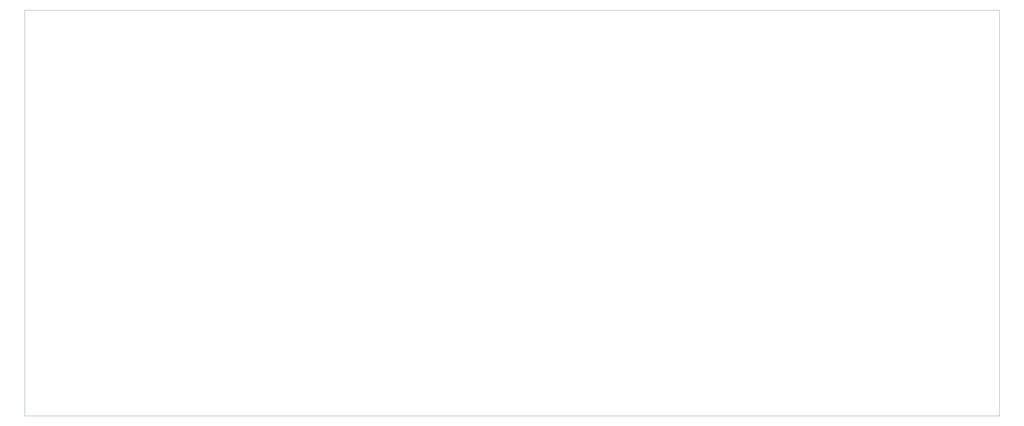
<source format=gbr>
%TF.GenerationSoftware,KiCad,Pcbnew,(6.0.7-1)-1*%
%TF.CreationDate,2023-03-16T12:26:32-07:00*%
%TF.ProjectId,adc_test_board,6164635f-7465-4737-945f-626f6172642e,rev?*%
%TF.SameCoordinates,Original*%
%TF.FileFunction,Profile,NP*%
%FSLAX46Y46*%
G04 Gerber Fmt 4.6, Leading zero omitted, Abs format (unit mm)*
G04 Created by KiCad (PCBNEW (6.0.7-1)-1) date 2023-03-16 12:26:32*
%MOMM*%
%LPD*%
G01*
G04 APERTURE LIST*
%TA.AperFunction,Profile*%
%ADD10C,0.100000*%
%TD*%
G04 APERTURE END LIST*
D10*
X8000000Y-146500000D02*
X283210000Y-146500000D01*
X283210000Y-146500000D02*
X283210000Y-32000000D01*
X283210000Y-32000000D02*
X8000000Y-32000000D01*
X8000000Y-32000000D02*
X8000000Y-146500000D01*
M02*

</source>
